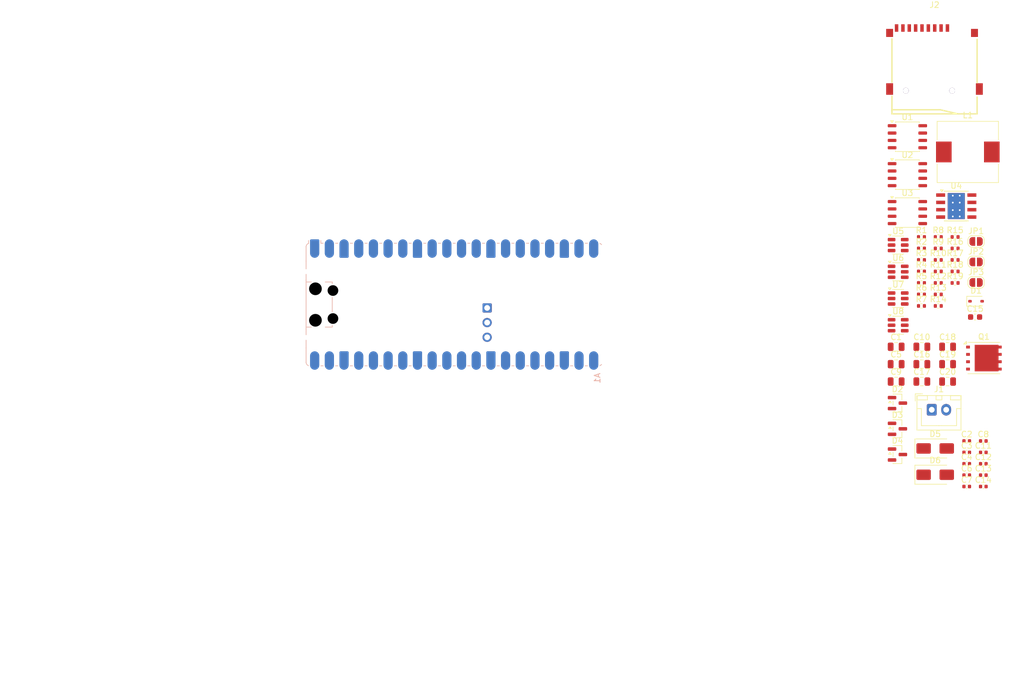
<source format=kicad_pcb>
(kicad_pcb (version 20241229) (generator "pcbnew") (generator_version "9.0")
  (layers (0 "F.Cu" signal) (2 "B.Cu" signal) (13 "F.Paste" user) (15 "B.Paste" user) (5 "F.SilkS" user "F.Silkscreen") (7 "B.SilkS" user "B.Silkscreen") (1 "F.Mask" user) (3 "B.Mask" user) (25 "Edge.Cuts" user))
  (net 0 "")
  (net 1 "/CMD")
  (net 2 "GND")
  (net 7 "/CAN0_RX")
  (net 9 "/CAN0_TX")
  (net 10 "/CAN2_TX")
  (net 14 "/RX")
  (net 15 "/CAN2_RX")
  (net 16 "/CLK")
  (net 17 "/TX")
  (net 18 "Net-(A1-VSYS)")
  (net 19 "/CD")
  (net 21 "/CAN1_TX")
  (net 24 "/CAN_SLEEP")
  (net 26 "+3.3V")
  (net 27 "/DAT0")
  (net 30 "/VSense")
  (net 33 "/CAN1_RX")
  (net 35 "+12V")
  (net 36 "/CAN_0L")
  (net 37 "/CAN_1L")
  (net 38 "/CAN_2L")
  (net 39 "/CAN_0H")
  (net 40 "/CAN_1H")
  (net 41 "/CAN_2H")
  (net 42 "Net-(D6-K)")
  (net 43 "Net-(U4-BOOT)")
  (net 44 "+5V")
  (net 45 "Net-(D1-A)")
  (net 46 "Net-(J2-DAT1)")
  (net 47 "Net-(J2-DAT2)")
  (net 49 "Net-(JP1-B)")
  (net 50 "Net-(JP2-B)")
  (net 51 "Net-(JP3-B)")
  (net 52 "+12V_RAW")
  (net 53 "Net-(U1-TXD)")
  (net 54 "Net-(U1-RXD)")
  (net 55 "Net-(U2-TXD)")
  (net 56 "Net-(U2-RXD)")
  (net 57 "Net-(U3-TXD)")
  (net 58 "Net-(U3-RXD)")
  (net 59 "Net-(U4-VSENSE)")
  (footprint "Capacitor_SMD:C_0805_2012Metric" (layer "F.Cu") (at 237.84 112.83)
    (property "Reference" "C20" (at 0 -1.68 0) (layer "F.SilkS"))
    (property "Value" "47uF")
    (pad "1" smd roundrect (at -0.95 0) (size 1 1.45) (layers "F.Cu" "F.Mask" "F.Paste") (net 44 "+5V"))
    (pad "2" smd roundrect (at 0.95 0) (size 1 1.45) (layers "F.Cu" "F.Mask" "F.Paste") (net 2 "GND"))
  )
  (footprint "Capacitor_SMD:C_0805_2012Metric" (layer "F.Cu") (at 233.39 106.81)
    (property "Reference" "C10" (at 0 -1.68 0) (layer "F.SilkS"))
    (property "Value" "2.2uF")
    (pad "1" smd roundrect (at -0.95 0) (size 1 1.45) (layers "F.Cu" "F.Mask" "F.Paste") (net 35 "+12V"))
    (pad "2" smd roundrect (at 0.95 0) (size 1 1.45) (layers "F.Cu" "F.Mask" "F.Paste") (net 2 "GND"))
  )
  (footprint "Package_SO:TI_SO-PowerPAD-8_ThermalVias" (layer "F.Cu") (at 239.34 82.455)
    (property "Reference" "U4" (at 0 -3.5 0) (layer "F.SilkS"))
    (property "Value" "TPS5430DDA")
    (pad "1" smd rect (at -2.7 -1.905) (size 1.55 0.6) (layers "F.Cu" "F.Mask" "F.Paste") (net 43 "Net-(U4-BOOT)"))
    (pad "2" smd rect (at -2.7 -0.635) (size 1.55 0.6) (layers "F.Cu" "F.Mask" "F.Paste"))
    (pad "3" smd rect (at -2.7 0.635) (size 1.55 0.6) (layers "F.Cu" "F.Mask" "F.Paste"))
    (pad "4" smd rect (at -2.7 1.905) (size 1.55 0.6) (layers "F.Cu" "F.Mask" "F.Paste") (net 59 "Net-(U4-VSENSE)"))
    (pad "5" smd rect (at 2.7 1.905) (size 1.55 0.6) (layers "F.Cu" "F.Mask" "F.Paste"))
    (pad "6" smd rect (at 2.7 0.635) (size 1.55 0.6) (layers "F.Cu" "F.Mask" "F.Paste") (net 2 "GND"))
    (pad "7" smd rect (at 2.7 -0.635) (size 1.55 0.6) (layers "F.Cu" "F.Mask" "F.Paste") (net 35 "+12V"))
    (pad "8" smd rect (at 2.7 -1.905) (size 1.55 0.6) (layers "F.Cu" "F.Mask" "F.Paste") (net 42 "Net-(D6-K)"))
    (pad "9" thru_hole circle (at -0.6 -1.8) (size 0.6 0.6) (drill 0.3) (layers "*.Cu") (net 2 "GND"))
    (pad "9" thru_hole circle (at -0.6 -0.6) (size 0.6 0.6) (drill 0.3) (layers "*.Cu") (net 2 "GND"))
    (pad "9" thru_hole circle (at -0.6 0.7) (size 0.6 0.6) (drill 0.3) (layers "*.Cu") (net 2 "GND"))
    (pad "9" thru_hole circle (at -0.6 1.8) (size 0.6 0.6) (drill 0.3) (layers "*.Cu") (net 2 "GND"))
    (pad "9" smd rect (at 0 0) (size 2.6 3.1) (layers "F.Cu" "F.Mask" "F.Paste") (net 2 "GND"))
    (pad "9" smd rect (at 0 0) (size 2.95 4.5) (layers "F.Cu") (net 2 "GND"))
    (pad "9" smd rect (at 0 0) (size 2.95 4.5) (layers "B.Cu") (net 2 "GND"))
    (pad "9" thru_hole circle (at 0.6 -1.8) (size 0.6 0.6) (drill 0.3) (layers "*.Cu") (net 2 "GND"))
    (pad "9" thru_hole circle (at 0.6 -0.6) (size 0.6 0.6) (drill 0.3) (layers "*.Cu") (net 2 "GND"))
    (pad "9" thru_hole circle (at 0.6 0.7) (size 0.6 0.6) (drill 0.3) (layers "*.Cu") (net 2 "GND"))
    (pad "9" thru_hole circle (at 0.6 1.8) (size 0.6 0.6) (drill 0.3) (layers "*.Cu") (net 2 "GND"))
  )
  (footprint "Connector_JST:JST_XH_B2B-XH-A_1x02_P2.50mm_Vertical" (layer "F.Cu") (at 235.1 117.71)
    (property "Reference" "J1" (at 1.25 -3.55 0) (layer "F.SilkS"))
    (property "Value" "Conn_01x02_Pin")
    (pad "1" thru_hole roundrect (at 0 0) (size 1.7 2) (drill 1) (layers "*.Cu" "*.Mask") (roundrect_rratio 0.147059) (net 17 "/TX"))
    (pad "2" thru_hole oval (at 2.5 0) (size 1.7 2) (drill 1) (layers "*.Cu" "*.Mask") (net 14 "/RX"))
  )
  (footprint "Capacitor_SMD:C_0402_1005Metric" (layer "F.Cu") (at 241.15 125.09)
    (property "Reference" "C3" (at 0 -1.16 0) (layer "F.SilkS"))
    (property "Value" "100pF")
    (pad "1" smd roundrect (at -0.48 0) (size 0.56 0.62) (layers "F.Cu" "F.Mask" "F.Paste") (net 37 "/CAN_1L"))
    (pad "2" smd roundrect (at 0.48 0) (size 0.56 0.62) (layers "F.Cu" "F.Mask" "F.Paste") (net 2 "GND"))
  )
  (footprint "Capacitor_SMD:C_0402_1005Metric" (layer "F.Cu") (at 244.02 131)
    (property "Reference" "C14" (at 0 -1.16 0) (layer "F.SilkS"))
    (property "Value" "100nF")
    (pad "1" smd roundrect (at -0.48 0) (size 0.56 0.62) (layers "F.Cu" "F.Mask" "F.Paste") (net 26 "+3.3V"))
    (pad "2" smd roundrect (at 0.48 0) (size 0.56 0.62) (layers "F.Cu" "F.Mask" "F.Paste") (net 2 "GND"))
  )
  (footprint "Jumper:SolderJumper-2_P1.3mm_Open_RoundedPad1.0x1.5mm" (layer "F.Cu") (at 242.77 95.68)
    (property "Reference" "JP3" (at 0 -1.8 0) (layer "F.SilkS"))
    (property "Value" "SolderJumper_2_Open")
    (pad "1" smd custom (at -0.65 0) (size 1 0.5) (layers "F.Cu" "F.Mask") (net 41 "/CAN_2H") (options (clearance outline) (anchor rect)) (primitives (gr_circle (center 0 0.25) (end 0.5 0.25) (width 0) (fill yes)) (gr_circle (center 0 -0.25) (end 0.5 -0.25) (width 0) (fill yes)) (gr_poly (pts (xy 0.5 0.75) (xy 0 0.75) (xy 0 -0.75) (xy 0.5 -0.75)) (width 0) (fill yes))))
    (pad "2" smd custom (at 0.65 0) (size 1 0.5) (layers "F.Cu" "F.Mask") (net 51 "Net-(JP3-B)") (options (clearance outline) (anchor rect)) (primitives (gr_circle (center 0 0.25) (end 0.5 0.25) (width 0) (fill yes)) (gr_circle (center 0 -0.25) (end 0.5 -0.25) (width 0) (fill yes)) (gr_poly (pts (xy 0 0.75) (xy -0.5 0.75) (xy -0.5 -0.75) (xy 0 -0.75)) (width 0) (fill yes))))
  )
  (footprint "Capacitor_SMD:C_0805_2012Metric" (layer "F.Cu") (at 233.39 109.82)
    (property "Reference" "C16" (at 0 -1.68 0) (layer "F.SilkS"))
    (property "Value" "47uF")
    (pad "1" smd roundrect (at -0.95 0) (size 1 1.45) (layers "F.Cu" "F.Mask" "F.Paste") (net 44 "+5V"))
    (pad "2" smd roundrect (at 0.95 0) (size 1 1.45) (layers "F.Cu" "F.Mask" "F.Paste") (net 2 "GND"))
  )
  (footprint "Package_TO_SOT_SMD:SOT-23-6" (layer "F.Cu") (at 229.29 103.08)
    (property "Reference" "U8" (at 0 -2.4 0) (layer "F.SilkS"))
    (property "Value" "SRV05-4")
    (pad "1" smd roundrect (at -1.1375 -0.95) (size 1.325 0.6) (layers "F.Cu" "F.Mask" "F.Paste"))
    (pad "2" smd roundrect (at -1.1375 0) (size 1.325 0.6) (layers "F.Cu" "F.Mask" "F.Paste") (net 2 "GND"))
    (pad "3" smd roundrect (at -1.1375 0.95) (size 1.325 0.6) (layers "F.Cu" "F.Mask" "F.Paste"))
    (pad "4" smd roundrect (at 1.1375 0.95) (size 1.325 0.6) (layers "F.Cu" "F.Mask" "F.Paste"))
    (pad "5" smd roundrect (at 1.1375 0) (size 1.325 0.6) (layers "F.Cu" "F.Mask" "F.Paste") (net 26 "+3.3V"))
    (pad "6" smd roundrect (at 1.1375 -0.95) (size 1.325 0.6) (layers "F.Cu" "F.Mask" "F.Paste"))
  )
  (footprint "Resistor_SMD:R_0402_1005Metric" (layer "F.Cu") (at 233.32 91.78)
    (property "Reference" "R3" (at 0 -1.17 0) (layer "F.SilkS"))
    (property "Value" "50")
    (pad "1" smd roundrect (at -0.51 0) (size 0.54 0.64) (layers "F.Cu" "F.Mask" "F.Paste") (net 21 "/CAN1_TX"))
    (pad "2" smd roundrect (at 0.51 0) (size 0.54 0.64) (layers "F.Cu" "F.Mask" "F.Paste") (net 55 "Net-(U2-TXD)"))
  )
  (footprint "Package_DFN_QFN:AO_DFN-8-1EP_5.55x5.2mm_P1.27mm_EP4.12x4.6mm" (layer "F.Cu") (at 244.125 108.765)
    (property "Reference" "Q1" (at 0 -3.68 0) (layer "F.SilkS"))
    (property "Value" "HY12P03C2")
    (pad "1" smd rect (at -2.75 -1.905 270) (size 0.5 0.65) (layers "F.Cu" "F.Mask" "F.Paste") (net 52 "+12V_RAW"))
    (pad "2" smd rect (at -2.75 -0.635 270) (size 0.5 0.65) (layers "F.Cu" "F.Mask" "F.Paste") (net 45 "Net-(D1-A)"))
    (pad "3" smd rect (at -2.75 0.635 270) (size 0.5 0.65) (layers "F.Cu" "F.Mask" "F.Paste") (net 35 "+12V"))
    (pad "4" smd rect (at -2.75 1.905 270) (size 0.5 0.65) (layers "F.Cu" "F.Mask" "F.Paste"))
    (pad "5" smd rect (at 0.465 0 270) (size 4.6 4.12) (layers "F.Cu" "F.Mask"))
    (pad "5" smd rect (at 2.8 -1.905 270) (size 0.5 0.55) (layers "F.Cu" "F.Mask" "F.Paste"))
    (pad "5" smd rect (at 2.8 -0.635 270) (size 0.5 0.55) (layers "F.Cu" "F.Mask" "F.Paste"))
    (pad "5" smd rect (at 2.8 0.635 270) (size 0.5 0.55) (layers "F.Cu" "F.Mask" "F.Paste"))
    (pad "5" smd rect (at 2.8 1.905 270) (size 0.5 0.55) (layers "F.Cu" "F.Mask" "F.Paste"))
  )
  (footprint "Resistor_SMD:R_0402_1005Metric" (layer "F.Cu") (at 233.32 93.77)
    (property "Reference" "R4" (at 0 -1.17 0) (layer "F.SilkS"))
    (property "Value" "50")
    (pad "1" smd roundrect (at -0.51 0) (size 0.54 0.64) (layers "F.Cu" "F.Mask" "F.Paste") (net 33 "/CAN1_RX"))
    (pad "2" smd roundrect (at 0.51 0) (size 0.54 0.64) (layers "F.Cu" "F.Mask" "F.Paste") (net 56 "Net-(U2-RXD)"))
  )
  (footprint "Resistor_SMD:R_0402_1005Metric" (layer "F.Cu") (at 239.14 87.8)
    (property "Reference" "R15" (at 0 -1.17 0) (layer "F.SilkS"))
    (property "Value" "10K")
    (pad "1" smd roundrect (at -0.51 0) (size 0.54 0.64) (layers "F.Cu" "F.Mask" "F.Paste") (net 26 "+3.3V"))
    (pad "2" smd roundrect (at 0.51 0) (size 0.54 0.64) (layers "F.Cu" "F.Mask" "F.Paste") (net 1 "/CMD"))
  )
  (footprint "Capacitor_SMD:C_0402_1005Metric" (layer "F.Cu") (at 241.15 127.06)
    (property "Reference" "C4" (at 0 -1.16 0) (layer "F.SilkS"))
    (property "Value" "100pF")
    (pad "1" smd roundrect (at -0.48 0) (size 0.56 0.62) (layers "F.Cu" "F.Mask" "F.Paste") (net 38 "/CAN_2L"))
    (pad "2" smd roundrect (at 0.48 0) (size 0.56 0.62) (layers "F.Cu" "F.Mask" "F.Paste") (net 2 "GND"))
  )
  (footprint "Resistor_SMD:R_0402_1005Metric" (layer "F.Cu") (at 239.14 93.77)
    (property "Reference" "R18" (at 0 -1.17 0) (layer "F.SilkS"))
    (property "Value" "10K")
    (pad "1" smd roundrect (at -0.51 0) (size 0.54 0.64) (layers "F.Cu" "F.Mask" "F.Paste") (net 26 "+3.3V"))
    (pad "2" smd roundrect (at 0.51 0) (size 0.54 0.64) (layers "F.Cu" "F.Mask" "F.Paste") (net 46 "Net-(J2-DAT1)"))
  )
  (footprint "Resistor_SMD:R_0402_1005Metric" (layer "F.Cu") (at 236.23 99.74)
    (property "Reference" "R14" (at 0 -1.17 0) (layer "F.SilkS"))
    (property "Value" "3.16K")
    (pad "1" smd roundrect (at -0.51 0) (size 0.54 0.64) (layers "F.Cu" "F.Mask" "F.Paste") (net 59 "Net-(U4-VSENSE)"))
    (pad "2" smd roundrect (at 0.51 0) (size 0.54 0.64) (layers "F.Cu" "F.Mask" "F.Paste") (net 2 "GND"))
  )
  (footprint "Capacitor_SMD:C_0402_1005Metric" (layer "F.Cu") (at 241.15 129.03)
    (property "Reference" "C6" (at 0 -1.16 0) (layer "F.SilkS"))
    (property "Value" "100pF")
    (pad "1" smd roundrect (at -0.48 0) (size 0.56 0.62) (layers "F.Cu" "F.Mask" "F.Paste") (net 39 "/CAN_0H"))
    (pad "2" smd roundrect (at 0.48 0) (size 0.56 0.62) (layers "F.Cu" "F.Mask" "F.Paste") (net 2 "GND"))
  )
  (footprint "Resistor_SMD:R_0402_1005Metric" (layer "F.Cu") (at 233.32 95.76)
    (property "Reference" "R5" (at 0 -1.17 0) (layer "F.SilkS"))
    (property "Value" "50")
    (pad "1" smd roundrect (at -0.51 0) (size 0.54 0.64) (layers "F.Cu" "F.Mask" "F.Paste") (net 10 "/CAN2_TX"))
    (pad "2" smd roundrect (at 0.51 0) (size 0.54 0.64) (layers "F.Cu" "F.Mask" "F.Paste") (net 57 "Net-(U3-TXD)"))
  )
  (footprint "Capacitor_SMD:C_0402_1005Metric" (layer "F.Cu") (at 244.02 127.06)
    (property "Reference" "C12" (at 0 -1.16 0) (layer "F.SilkS"))
    (property "Value" "100nF")
    (pad "1" smd roundrect (at -0.48 0) (size 0.56 0.62) (layers "F.Cu" "F.Mask" "F.Paste") (net 26 "+3.3V"))
    (pad "2" smd roundrect (at 0.48 0) (size 0.56 0.62) (layers "F.Cu" "F.Mask" "F.Paste") (net 2 "GND"))
  )
  (footprint "Resistor_SMD:R_0402_1005Metric" (layer "F.Cu") (at 233.32 87.8)
    (property "Reference" "R1" (at 0 -1.17 0) (layer "F.SilkS"))
    (property "Value" "50")
    (pad "1" smd roundrect (at -0.51 0) (size 0.54 0.64) (layers "F.Cu" "F.Mask" "F.Paste") (net 9 "/CAN0_TX"))
    (pad "2" smd roundrect (at 0.51 0) (size 0.54 0.64) (layers "F.Cu" "F.Mask" "F.Paste") (net 53 "Net-(U1-TXD)"))
  )
  (footprint "Resistor_SMD:R_0402_1005Metric" (layer "F.Cu") (at 239.14 95.76)
    (property "Reference" "R19" (at 0 -1.17 0) (layer "F.SilkS"))
    (property "Value" "10K")
    (pad "1" smd roundrect (at -0.51 0) (size 0.54 0.64) (layers "F.Cu" "F.Mask" "F.Paste") (net 26 "+3.3V"))
    (pad "2" smd roundrect (at 0.51 0) (size 0.54 0.64) (layers "F.Cu" "F.Mask" "F.Paste") (net 27 "/DAT0"))
  )
  (footprint "Capacitor_SMD:C_0402_1005Metric" (layer "F.Cu") (at 244.02 129.03)
    (property "Reference" "C13" (at 0 -1.16 0) (layer "F.SilkS"))
    (property "Value" "10nF")
    (pad "1" smd roundrect (at -0.48 0) (size 0.56 0.62) (layers "F.Cu" "F.Mask" "F.Paste") (net 43 "Net-(U4-BOOT)"))
    (pad "2" smd roundrect (at 0.48 0) (size 0.56 0.62) (layers "F.Cu" "F.Mask" "F.Paste") (net 42 "Net-(D6-K)"))
  )
  (footprint "Resistor_SMD:R_0402_1005Metric" (layer "F.Cu") (at 239.14 91.78)
    (property "Reference" "R17" (at 0 -1.17 0) (layer "F.SilkS"))
    (property "Value" "10K")
    (pad "1" smd roundrect (at -0.51 0) (size 0.54 0.64) (layers "F.Cu" "F.Mask" "F.Paste") (net 26 "+3.3V"))
    (pad "2" smd roundrect (at 0.51 0) (size 0.54 0.64) (layers "F.Cu" "F.Mask" "F.Paste") (net 47 "Net-(J2-DAT2)"))
  )
  (footprint "Capacitor_SMD:C_0805_2012Metric" (layer "F.Cu") (at 228.94 109.82)
    (property "Reference" "C5" (at 0 -1.68 0) (layer "F.SilkS"))
    (property "Value" "2.2uF")
    (pad "1" smd roundrect (at -0.95 0) (size 1 1.45) (layers "F.Cu" "F.Mask" "F.Paste") (net 35 "+12V"))
    (pad "2" smd roundrect (at 0.95 0) (size 1 1.45) (layers "F.Cu" "F.Mask" "F.Paste") (net 2 "GND"))
  )
  (footprint "Jumper:SolderJumper-2_P1.3mm_Open_RoundedPad1.0x1.5mm" (layer "F.Cu") (at 242.77 88.58)
    (property "Reference" "JP1" (at 0 -1.8 0) (layer "F.SilkS"))
    (property "Value" "SolderJumper_2_Open")
    (pad "1" smd custom (at -0.65 0) (size 1 0.5) (layers "F.Cu" "F.Mask") (net 39 "/CAN_0H") (options (clearance outline) (anchor rect)) (primitives (gr_circle (center 0 0.25) (end 0.5 0.25) (width 0) (fill yes)) (gr_circle (center 0 -0.25) (end 0.5 -0.25) (width 0) (fill yes)) (gr_poly (pts (xy 0.5 0.75) (xy 0 0.75) (xy 0 -0.75) (xy 0.5 -0.75)) (width 0) (fill yes))))
    (pad "2" smd custom (at 0.65 0) (size 1 0.5) (layers "F.Cu" "F.Mask") (net 49 "Net-(JP1-B)") (options (clearance outline) (anchor rect)) (primitives (gr_circle (center 0 0.25) (end 0.5 0.25) (width 0) (fill yes)) (gr_circle (center 0 -0.25) (end 0.5 -0.25) (width 0) (fill yes)) (gr_poly (pts (xy 0 0.75) (xy -0.5 0.75) (xy -0.5 -0.75) (xy 0 -0.75)) (width 0) (fill yes))))
  )
  (footprint "Capacitor_SMD:C_0402_1005Metric" (layer "F.Cu") (at 244.02 123.12)
    (property "Reference" "C8" (at 0 -1.16 0) (layer "F.SilkS"))
    (property "Value" "100pF")
    (pad "1" smd roundrect (at -0.48 0) (size 0.56 0.62) (layers "F.Cu" "F.Mask" "F.Paste") (net 41 "/CAN_2H"))
    (pad "2" smd roundrect (at 0.48 0) (size 0.56 0.62) (layers "F.Cu" "F.Mask" "F.Paste") (net 2 "GND"))
  )
  (footprint "Package_SO:JEITA_SOIC-8_3.9x4.9mm_P1.27mm" (layer "F.Cu") (at 230.89 70.455)
    (property "Reference" "U1" (at 0 -3.4 0) (layer "F.SilkS"))
    (property "Value" "TCAN330")
    (pad "1" smd roundrect (at -2.65 -1.905) (size 1.5 0.55) (layers "F.Cu" "F.Mask" "F.Paste") (net 53 "Net-(U1-TXD)"))
    (pad "2" smd roundrect (at -2.65 -0.635) (size 1.5 0.55) (layers "F.Cu" "F.Mask" "F.Paste") (net 2 "GND"))
    (pad "3" smd roundrect (at -2.65 0.635) (size 1.5 0.55) (layers "F.Cu" "F.Mask" "F.Paste") (net 26 "+3.3V"))
    (pad "4" smd roundrect (at -2.65 1.905) (size 1.5 0.55) (layers "F.Cu" "F.Mask" "F.Paste") (net 54 "Net-(U1-RXD)"))
    (pad "5" smd roundrect (at 2.65 1.905) (size 1.5 0.55) (layers "F.Cu" "F.Mask" "F.Paste") (net 26 "+3.3V"))
    (pad "6" smd roundrect (at 2.65 0.635) (size 1.5 0.55) (layers "F.Cu" "F.Mask" "F.Paste") (net 36 "/CAN_0L"))
    (pad "7" smd roundrect (at 2.65 -0.635) (size 1.5 0.55) (layers "F.Cu" "F.Mask" "F.Paste") (net 39 "/CAN_0H"))
    (pad "8" smd roundrect (at 2.65 -1.905) (size 1.5 0.55) (layers "F.Cu" "F.Mask" "F.Paste") (net 24 "/CAN_SLEEP"))
  )
  (footprint "Capacitor_SMD:C_0805_2012Metric" (layer "F.Cu") (at 228.94 106.81)
    (property "Reference" "C1" (at 0 -1.68 0) (layer "F.SilkS"))
    (property "Value" "2.2uF")
    (pad "1" smd roundrect (at -0.95 0) (size 1 1.45) (layers "F.Cu" "F.Mask" "F.Paste") (net 35 "+12V"))
    (pad "2" smd roundrect (at 0.95 0) (size 1 1.45) (layers "F.Cu" "F.Mask" "F.Paste") (net 2 "GND"))
  )
  (footprint "Package_TO_SOT_SMD:SOT-23" (layer "F.Cu") (at 229.17 125.46)
    (property "Reference" "D4" (at 0 -2.4 0) (layer "F.SilkS"))
    (property "Value" "PESD1CAN")
    (pad "1" smd roundrect (at -0.9375 -0.95) (size 1.475 0.6) (layers "F.Cu" "F.Mask" "F.Paste") (net 38 "/CAN_2L"))
    (pad "2" smd roundrect (at -0.9375 0.95) (size 1.475 0.6) (layers "F.Cu" "F.Mask" "F.Paste") (net 41 "/CAN_2H"))
    (pad "3" smd roundrect (at 0.9375 0) (size 1.475 0.6) (layers "F.Cu" "F.Mask" "F.Paste") (net 2 "GND"))
  )
  (footprint "Package_SO:JEITA_SOIC-8_3.9x4.9mm_P1.27mm" (layer "F.Cu") (at 230.89 83.585)
    (property "Reference" "U3" (at 0 -3.4 0) (layer "F.SilkS"))
    (property "Value" "TCAN330")
    (pad "1" smd roundrect (at -2.65 -1.905) (size 1.5 0.55) (layers "F.Cu" "F.Mask" "F.Paste") (net 57 "Net-(U3-TXD)"))
    (pad "2" smd roundrect (at -2.65 -0.635) (size 1.5 0.55) (layers "F.Cu" "F.Mask" "F.Paste") (net 2 "GND"))
    (pad "3" smd roundrect (at -2.65 0.635) (size 1.5 0.55) (layers "F.Cu" "F.Mask" "F.Paste") (net 26 "+3.3V"))
    (pad "4" smd roundrect (at -2.65 1.905) (size 1.5 0.55) (layers "F.Cu" "F.Mask" "F.Paste") (net 58 "Net-(U3-RXD)"))
    (pad "5" smd roundrect (at 2.65 1.905) (size 1.5 0.55) (layers "F.Cu" "F.Mask" "F.Paste") (net 26 "+3.3V"))
    (pad "6" smd roundrect (at 2.65 0.635) (size 1.5 0.55) (layers "F.Cu" "F.Mask" "F.Paste") (net 38 "/CAN_2L"))
    (pad "7" smd roundrect (at 2.65 -0.635) (size 1.5 0.55) (layers "F.Cu" "F.Mask" "F.Paste") (net 41 "/CAN_2H"))
    (pad "8" smd roundrect (at 2.65 -1.905) (size 1.5 0.55) (layers "F.Cu" "F.Mask" "F.Paste") (net 24 "/CAN_SLEEP"))
  )
  (footprint "Resistor_SMD:R_0402_1005Metric" (layer "F.Cu") (at 236.23 91.78)
    (property "Reference" "R10" (at 0 -1.17 0) (layer "F.SilkS"))
    (property "Value" "10K")
    (pad "1" smd roundrect (at -0.51 0) (size 0.54 0.64) (layers "F.Cu" "F.Mask" "F.Paste") (net 49 "Net-(JP1-B)"))
    (pad "2" smd roundrect (at 0.51 0) (size 0.54 0.64) (layers "F.Cu" "F.Mask" "F.Paste") (net 36 "/CAN_0L"))
  )
  (footprint "Package_TO_SOT_SMD:SOT-23-6" (layer "F.Cu") (at 229.29 89.205)
    (property "Reference" "U5" (at 0 -2.4 0) (layer "F.SilkS"))
    (property "Value" "SRV05-4")
    (pad "1" smd roundrect (at -1.1375 -0.95) (size 1.325 0.6) (layers "F.Cu" "F.Mask" "F.Paste") (net 14 "/RX"))
    (pad "2" smd roundrect (at -1.1375 0) (size 1.325 0.6) (layers "F.Cu" "F.Mask" "F.Paste") (net 2 "GND"))
    (pad "3" smd roundrect (at -1.1375 0.95) (size 1.325 0.6) (layers "F.Cu" "F.Mask" "F.Paste") (net 17 "/TX"))
    (pad "4" smd roundrect (at 1.1375 0.95) (size 1.325 0.6) (layers "F.Cu" "F.Mask" "F.Paste") (net 30 "/VSense"))
    (pad "5" smd roundrect (at 1.1375 0) (size 1.325 0.6) (layers "F.Cu" "F.Mask" "F.Paste") (net 26 "+3.3V"))
    (pad "6" smd roundrect (at 1.1375 -0.95) (size 1.325 0.6) (layers "F.Cu" "F.Mask" "F.Paste"))
  )
  (footprint "Resistor_SMD:R_0402_1005Metric" (layer "F.Cu") (at 236.23 95.76)
    (property "Reference" "R12" (at 0 -1.17 0) (layer "F.SilkS"))
    (property "Value" "10K")
    (pad "1" smd roundrect (at -0.51 0) (size 0.54 0.64) (layers "F.Cu" "F.Mask" "F.Paste") (net 51 "Net-(JP3-B)"))
    (pad "2" smd roundrect (at 0.51 0) (size 0.54 0.64) (layers "F.Cu" "F.Mask" "F.Paste") (net 38 "/CAN_2L"))
  )
  (footprint "Resistor_SMD:R_0402_1005Metric" (layer "F.Cu") (at 236.23 87.8)
    (property "Reference" "R8" (at 0 -1.17 0) (layer "F.SilkS"))
    (property "Value" "100K")
    (pad "1" smd roundrect (at -0.51 0) (size 0.54 0.64) (layers "F.Cu" "F.Mask" "F.Paste") (net 35 "+12V"))
    (pad "2" smd roundrect (at 0.51 0) (size 0.54 0.64) (layers "F.Cu" "F.Mask" "F.Paste") (net 30 "/VSense"))
  )
  (footprint "Capacitor_SMD:C_0805_2012Metric" (layer "F.Cu") (at 233.39 112.83)
    (property "Reference" "C17" (at 0 -1.68 0) (layer "F.SilkS"))
    (property "Value" "47uF")
    (pad "1" smd roundrect (at -0.95 0) (size 1 1.45) (layers "F.Cu" "F.Mask" "F.Paste") (net 44 "+5V"))
    (pad "2" smd roundrect (at 0.95 0) (size 1 1.45) (layers "F.Cu" "F.Mask" "F.Paste") (net 2 "GND"))
  )
  (footprint "Resistor_SMD:R_0402_1005Metric" (layer "F.Cu") (at 239.14 89.79)
    (property "Reference" "R16" (at 0 -1.17 0) (layer "F.SilkS"))
    (property "Value" "10K")
    (pad "1" smd roundrect (at -0.51 0) (size 0.54 0.64) (layers "F.Cu" "F.Mask" "F.Paste") (net 26 "+3.3V"))
    (pad "2" smd roundrect (at 0.51 0) (size 0.54 0.64) (layers "F.Cu" "F.Mask" "F.Paste") (net 19 "/CD"))
  )
  (footprint "Capacitor_SMD:C_0402_1005Metric" (layer "F.Cu") (at 244.02 125.09)
    (property "Reference" "C11" (at 0 -1.16 0) (layer "F.SilkS"))
    (property "Value" "100nF")
    (pad "1" smd roundrect (at -0.48 0) (size 0.56 0.62) (layers "F.Cu" "F.Mask" "F.Paste") (net 26 "+3.3V"))
    (pad "2" smd roundrect (at 0.48 0) (size 0.56 0.62) (layers "F.Cu" "F.Mask" "F.Paste") (net 2 "GND"))
  )
  (footprint "Resistor_SMD:R_0402_1005Metric" (layer "F.Cu") (at 236.23 93.77)
    (property "Reference" "R11" (at 0 -1.17 0) (layer "F.SilkS"))
    (property "Value" "10K")
    (pad "1" smd roundrect (at -0.51 0) (size 0.54 0.64) (layers "F.Cu" "F.Mask" "F.Paste") (net 50 "Net-(JP2-B)"))
    (pad "2" smd roundrect (at 0.51 0) (size 0.54 0.64) (layers "F.Cu" "F.Mask" "F.Paste") (net 37 "/CAN_1L"))
  )
  (footprint "Diode_SMD:D_SMA" (layer "F.Cu") (at 235.695 128.96)
    (property "Reference" "D6" (at 0 -2.5 0) (layer "F.SilkS"))
    (property "Value" "SS54")
    (pad "1" smd roundrect (at -2 0) (size 2.5 1.8) (layers "F.Cu" "F.Mask" "F.Paste") (roundrect_rratio 0.1388888889) (net 42 "Net-(D6-K)"))
    (pad "2" smd roundrect (at 2 0) (size 2.5 1.8) (layers "F.Cu" "F.Mask" "F.Paste") (roundrect_rratio 0.1388888889) (net 2 "GND"))
  )
  (footprint "Package_TO_SOT_SMD:SOT-23" (layer "F.Cu") (at 229.17 121.01)
    (property "Reference" "D3" (at 0 -2.4 0) (layer "F.SilkS"))
    (property "Value" "PESD1CAN")
    (pad "1" smd roundrect (at -0.9375 -0.95) (size 1.475 0.6) (layers "F.Cu" "F.Mask" "F.Paste") (net 37 "/CAN_1L"))
    (pad "2" smd roundrect (at -0.9375 0.95) (size 1.475 0.6) (layers "F.Cu" "F.Mask" "F.Paste") (net 40 "/CAN_1H"))
    (pad "3" smd roundrect (at 0.9375 0) (size 1.475 0.6) (layers "F.Cu" "F.Mask" "F.Paste") (net 2 "GND"))
  )
  (footprint "Capacitor_SMD:C_0805_2012Metric" (layer "F.Cu") (at 237.84 109.82)
    (property "Reference" "C19" (at 0 -1.68 0) (layer "F.SilkS"))
    (property "Value" "47uF")
    (pad "1" smd roundrect (at -0.95 0) (size 1 1.45) (layers "F.Cu" "F.Mask" "F.Paste") (net 44 "+5V"))
    (pad "2" smd roundrect (at 0.95 0) (size 1 1.45) (layers "F.Cu" "F.Mask" "F.Paste") (net 2 "GND"))
  )
  (footprint "Resistor_SMD:R_0402_1005Metric" (layer "F.Cu") (at 236.23 97.75)
    (property "Reference" "R13" (at 0 -1.17 0) (layer "F.SilkS"))
    (property "Value" "10K")
    (pad "1" smd roundrect (at -0.51 0) (size 0.54 0.64) (layers "F.Cu" "F.Mask" "F.Paste") (net 44 "+5V"))
    (pad "2" smd roundrect (at 0.51 0) (size 0.54 0.64) (layers "F.Cu" "F.Mask" "F.Paste") (net 59 "Net-(U4-VSENSE)"))
  )
  (footprint "Package_SO:JEITA_SOIC-8_3.9x4.9mm_P1.27mm" (layer "F.Cu") (at 230.89 77.02)
    (property "Reference" "U2" (at 0 -3.4 0) (layer "F.SilkS"))
    (property "Value" "TCAN330")
    (pad "1" smd roundrect (at -2.65 -1.905) (size 1.5 0.55) (layers "F.Cu" "F.Mask" "F.Paste") (net 55 "Net-(U2-TXD)"))
    (pad "2" smd roundrect (at -2.65 -0.635) (size 1.5 0.55) (layers "F.Cu" "F.Mask" "F.Paste") (net 2 "GND"))
    (pad "3" smd roundrect (at -2.65 0.635) (size 1.5 0.55) (layers "F.Cu" "F.Mask" "F.Paste") (net 26 "+3.3V"))
    (pad "4" smd roundrect (at -2.65 1.905) (size 1.5 0.55) (layers "F.Cu" "F.Mask" "F.Paste") (net 56 "Net-(U2-RXD)"))
    (pad "5" smd roundrect (at 2.65 1.905) (size 1.5 0.55) (layers "F.Cu" "F.Mask" "F.Paste") (net 26 "+3.3V"))
    (pad "6" smd roundrect (at 2.65 0.635) (size 1.5 0.55) (layers "F.Cu" "F.Mask" "F.Paste") (net 37 "/CAN_1L"))
    (pad "7" smd roundrect (at 2.65 -0.635) (size 1.5 0.55) (layers "F.Cu" "F.Mask" "F.Paste") (net 40 "/CAN_1H"))
    (pad "8" smd roundrect (at 2.65 -1.905) (size 1.5 0.55) (layers "F.Cu" "F.Mask" "F.Paste") (net 24 "/CAN_SLEEP"))
  )
  (footprint "easyeda2kicad:TF-SMD_TF-01A" (layer "F.Cu") (at 235.575 56.915)
    (property "Reference" "J2" (at 0 -9.28 0) (layer "F.SilkS"))
    (property "Value" "Micro_SD_Card_Det1")
    (pad "" thru_hole circle (at -4.95 5.57) (size 1 1) (drill 1) (layers "*.Cu" "*.Mask"))
    (pad "" thru_hole circle (at 3.05 5.57) (size 1 1) (drill 1) (layers "*.Cu" "*.Mask"))
    (pad "1" smd rect (at 2.24 -5.28) (size 0.6 1.3) (layers "F.Cu" "F.Mask" "F.Paste") (net 47 "Net-(J2-DAT2)"))
    (pad "2" smd rect (at 1.14 -5.28) (size 0.6 1.3) (layers "F.Cu" "F.Mask" "F.Paste") (net 19 "/CD"))
    (pad "3" smd rect (at 0.04 -5.28) (size 0.6 1.3) (layers "F.Cu" "F.Mask" "F.Paste") (net 1 "/CMD"))
    (pad "4" smd rect (at -1.06 -5.28) (size 0.6 1.3) (layers "F.Cu" "F.Mask" "F.Paste") (net 26 "+3.3V"))
    (pad "5" smd rect (at -2.16 -5.28) (size 0.6 1.3) (layers "F.Cu" "F.Mask" "F.Paste") (net 16 "/CLK"))
    (pad "6" smd rect (at -3.26 -5.28) (size 0.6 1.3) (layers "F.Cu" "F.Mask" "F.Paste") (net 2 "GND"))
    (pad "7" smd rect (at -4.36 -5.28) (size 0.6 1.3) (layers "F.Cu" "F.Mask" "F.Paste") (net 27 "/DAT0"))
    (pad "8" smd rect (at -5.46 -5.28) (size 0.6 1.3) (layers "F.Cu" "F.Mask" "F.Paste") (net 46 "Net-(J2-DAT1)"))
    (pad "9" smd rect (at -6.56 -5.28) (size 0.6 1.3) (layers "F.Cu" "F.Mask" "F.Paste"))
    (pad "10" smd rect (at -7.76 -4.43) (size 1.2 1.4) (layers "F.Cu" "F.Mask" "F.Paste") (net 2 "GND"))
    (pad "11" smd rect (at -7.76 5.28) (size 1.2 2) (layers "F.Cu" "F.Mask" "F.Paste"))
    (pad "12" smd rect (at 7.76 5.28) (size 1.2 2) (layers "F.Cu" "F.Mask" "F.Paste"))
    (pad "13" smd rect (at 6.92 -4.43) (size 1.2 1.4) (layers "F.Cu" "F.Mask" "F.Paste"))
  )
  (footprint "Resistor_SMD:R_0402_1005Metric" (layer "F.Cu") (at 236.23 89.79)
    (property "Reference" "R9" (at 0 -1.17 0) (layer "F.SilkS"))
    (property "Value" "10K")
    (pad "1" smd roundrect (at -0.51 0) (size 0.54 0.64) (layers "F.Cu" "F.Mask" "F.Paste") (net 30 "/VSense"))
    (pad "2" smd roundrect (at 0.51 0) (size 0.54 0.64) (layers "F.Cu" "F.Mask" "F.Paste") (net 2 "GND"))
  )
  (footprint "Resistor_SMD:R_0402_1005Metric" (layer "F.Cu") (at 233.32 99.74)
    (property "Reference" "R7" (at 0 -1.17 0) (layer "F.SilkS"))
    (property "Value" "1K")
    (pad "1" smd roundrect (at -0.51 0) (size 0.54 0.64) (layers "F.Cu" "F.Mask" "F.Paste") (net 45 "Net-(D1-A)"))
    (pad "2" smd roundrect (at 0.51 0) (size 0.54 0.64) (layers "F.Cu" "F.Mask" "F.Paste") (net 2 "GND"))
  )
  (footprint "Capacitor_SMD:C_0805_2012Metric" (layer "F.Cu") (at 228.94 112.83)
    (property "Reference" "C9" (at 0 -1.68 0) (layer "F.SilkS"))
    (property "Value" "2.2uF")
    (pad "1" smd roundrect (at -0.95 0) (size 1 1.45) (layers "F.Cu" "F.Mask" "F.Paste") (net 35 "+12V"))
    (pad "2" smd roundrect (at 0.95 0) (size 1 1.45) (layers "F.Cu" "F.Mask" "F.Paste") (net 2 "GND"))
  )
  (footprint "Resistor_SMD:R_0402_1005Metric" (layer "F.Cu") (at 233.32 97.75)
    (property "Reference" "R6" (at 0 -1.17 0) (layer "F.SilkS"))
    (property "Value" "50")
    (pad "1" smd roundrect (at -0.51 0) (size 0.54 0.64) (layers "F.Cu" "F.Mask" "F.Paste") (net 15 "/CAN2_RX"))
    (pad "2" smd roundrect (at 0.51 0) (size 0.54 0.64) (layers "F.Cu" "F.Mask" "F.Paste") (net 58 "Net-(U3-RXD)"))
  )
  (footprint "Diode_SMD:D_SMA" (layer "F.Cu") (at 235.695 124.41)
    (property "Reference" "D5" (at 0 -2.5 0) (layer "F.SilkS"))
    (property "Value" "SS14")
    (pad "1" smd roundrect (at -2 0) (size 2.5 1.8) (layers "F.Cu" "F.Mask" "F.Paste") (roundrect_rratio 0.1388888889) (net 18 "Net-(A1-VSYS)"))
    (pad "2" smd roundrect (at 2 0) (size 2.5 1.8) (layers "F.Cu" "F.Mask" "F.Paste") (roundrect_rratio 0.1388888889) (net 44 "+5V"))
  )
  (footprint "Capacitor_SMD:C_0805_2012Metric" (layer "F.Cu") (at 237.84 106.81)
    (property "Reference" "C18" (at 0 -1.68 0) (layer "F.SilkS"))
    (property "Value" "47uF")
    (pad "1" smd roundrect (at -0.95 0) (size 1 1.45) (layers "F.Cu" "F.Mask" "F.Paste") (net 44 "+5V"))
    (pad "2" smd roundrect (at 0.95 0) (size 1 1.45) (layers "F.Cu" "F.Mask" "F.Paste") (net 2 "GND"))
  )
  (footprint "Capacitor_SMD:C_0402_1005Metric" (layer "F.Cu") (at 241.15 131)
    (property "Reference" "C7" (at 0 -1.16 0) (layer "F.SilkS"))
    (property "Value" "100pF")
    (pad "1" smd roundrect (at -0.48 0) (size 0.56 0.62) (layers "F.Cu" "F.Mask" "F.Paste") (net 40 "/CAN_1H"))
    (pad "2" smd roundrect (at 0.48 0) (size 0.56 0.62) (layers "F.Cu" "F.Mask" "F.Paste") (net 2 "GND"))
  )
  (footprint "Inductor_SMD:L_10.4x10.4_H4.8" (layer "F.Cu") (at 241.34 73.09)
    (property "Reference" "L1" (at 0 -6.35 0) (layer "F.SilkS"))
    (property "Value" "15uH")
    (pad "1" smd rect (at -4.15 0) (size 2.7 3.6) (layers "F.Cu" "F.Mask" "F.Paste") (net 42 "Net-(D6-K)"))
    (pad "2" smd rect (at 4.15 0) (size 2.7 3.6) (layers "F.Cu" "F.Mask" "F.Paste") (net 44 "+5V"))
  )
  (footprint "Diode_SMD:D_SOD-323" (layer "F.Cu") (at 242.765 98.93)
    (property "Reference" "D1" (at 0 -1.85 0) (layer "F.SilkS"))
    (property "Value" "BAS40WS")
    (pad "1" smd roundrect (at -1.05 0) (size 0.6 0.45) (layers "F.Cu" "F.Mask" "F.Paste") (net 35 "+12V"))
    (pad "2" smd roundrect (at 1.05 0) (size 0.6 0.45) (layers "F.Cu" "F.Mask" "F.Paste") (net 45 "Net-(D1-A)"))
  )
  (footprint "Capacitor_SMD:C_0603_1608Metric" (layer "F.Cu") (at 242.6 101.66)
    (property "Reference" "C15" (at 0 -1.43 0) (layer "F.SilkS"))
    (property "Value" "10uF")
    (pad "1" smd roundrect (at -0.775 0) (size 0.9 0.95) (layers "F.Cu" "F.Mask" "F.Paste") (net 26 "+3.3V"))
    (pad "2" smd roundrect (at 0.775 0) (size 0.9 0.95) (layers "F.Cu" "F.Mask" "F.Paste") (net 2 "GND"))
  )
  (footprint "Resistor_SMD:R_0402_1005Metric" (layer "F.Cu") (at 233.32 89.79)
    (property "Reference" "R2" (at 0 -1.17 0) (layer "F.SilkS"))
    (property "Value" "50")
    (pad "1" smd roundrect (at -0.51 0) (size 0.54 0.64) (layers "F.Cu" "F.Mask" "F.Paste") (net 7 "/CAN0_RX"))
    (pad "2" smd roundrect (at 0.51 0) (size 0.54 0.64) (layers "F.Cu" "F.Mask" "F.Paste") (net 54 "Net-(U1-RXD)"))
  )
  (footprint "Package_TO_SOT_SMD:SOT-23-6" (layer "F.Cu") (at 229.29 98.455)
    (property "Reference" "U7" (at 0 -2.4 0) (layer "F.SilkS"))
    (property "Value" "SRV05-4")
    (pad "1" smd roundrect (at -1.1375 -0.95) (size 1.325 0.6) (layers "F.Cu" "F.Mask" "F.Paste"))
    (pad "2" smd roundrect (at -1.1375 0) (size 1.325 0.6) (layers "F.Cu" "F.Mask" "F.Paste") (net 2 "GND"))
    (pad "3" smd roundrect (at -1.1375 0.95) (size 1.325 0.6) (layers "F.Cu" "F.Mask" "F.Paste"))
    (pad "4" smd roundrect (at 1.1375 0.95) (size 1.325 0.6) (layers "F.Cu" "F.Mask" "F.Paste"))
    (pad "5" smd roundrect (at 1.1375 0) (size 1.325 0.6) (layers "F.Cu" "F.Mask" "F.Paste") (net 26 "+3.3V"))
    (pad "6" smd roundrect (at 1.1375 -0.95) (size 1.325 0.6) (layers "F.Cu" "F.Mask" "F.Paste"))
  )
  (footprint "Package_TO_SOT_SMD:SOT-23" (layer "F.Cu") (at 229.17 116.56)
    (property "Reference" "D2" (at 0 -2.4 0) (layer "F.SilkS"))
    (property "Value" "PESD1CAN")
    (pad "1" smd roundrect (at -0.9375 -0.95) (size 1.475 0.6) (layers "F.Cu" "F.Mask" "F.Paste") (net 36 "/CAN_0L"))
    (pad "2" smd roundrect (at -0.9375 0.95) (size 1.475 0.6) (layers "F.Cu" "F.Mask" "F.Paste") (net 39 "/CAN_0H"))
    (pad "3" smd roundrect (at 0.9375 0) (size 1.475 0.6) (layers "F.Cu" "F.Mask" "F.Paste") (net 2 "GND"))
  )
  (footprint "Capacitor_SMD:C_0402_1005Metric" (layer "F.Cu") (at 241.15 123.12)
    (property "Reference" "C2" (at 0 -1.16 0) (layer "F.SilkS"))
    (property "Value" "100pF")
    (pad "1" smd roundrect (at -0.48 0) (size 0.56 0.62) (layers "F.Cu" "F.Mask" "F.Paste") (net 36 "/CAN_0L"))
    (pad "2" smd roundrect (at 0.48 0) (size 0.56 0.62) (layers "F.Cu" "F.Mask" "F.Paste") (net 2 "GND"))
  )
  (footprint "Jumper:SolderJumper-2_P1.3mm_Open_RoundedPad1.0x1.5mm" (layer "F.Cu") (at 242.77 92.13)
    (property "Reference" "JP2" (at 0 -1.8 0) (layer "F.SilkS"))
    (property "Value" "SolderJumper_2_Open")
    (pad "1" smd custom (at -0.65 0) (size 1 0.5) (layers "F.Cu" "F.Mask") (net 40 "/CAN_1H") (options (clearance outline) (anchor rect)) (primitives (gr_circle (center 0 0.25) (end 0.5 0.25) (width 0) (fill yes)) (gr_circle (center 0 -0.25) (end 0.5 -0.25) (width 0) (fill yes)) (gr_poly (pts (xy 0.5 0.75) (xy 0 0.75) (xy 0 -0.75) (xy 0.5 -0.75)) (width 0) (fill yes))))
    (pad "2" smd custom (at 0.65 0) (size 1 0.5) (layers "F.Cu" "F.Mask") (net 50 "Net-(JP2-B)") (options (clearance outline) (anchor rect)) (primitives (gr_circle (center 0 0.25) (end 0.5 0.25) (width 0) (fill yes)) (gr_circle (center 0 -0.25) (end 0.5 -0.25) (width 0) (fill yes)) (gr_poly (pts (xy 0 0.75) (xy -0.5 0.75) (xy -0.5 -0.75) (xy 0 -0.75)) (width 0) (fill yes))))
  )
  (footprint "Package_TO_SOT_SMD:SOT-23-6" (layer "F.Cu") (at 229.29 93.83)
    (property "Reference" "U6" (at 0 -2.4 0) (layer "F.SilkS"))
    (property "Value" "SRV05-4")
    (pad "1" smd roundrect (at -1.1375 -0.95) (size 1.325 0.6) (layers "F.Cu" "F.Mask" "F.Paste"))
    (pad "2" smd roundrect (at -1.1375 0) (size 1.325 0.6) (layers "F.Cu" "F.Mask" "F.Paste") (net 2 "GND"))
    (pad "3" smd roundrect (at -1.1375 0.95) (size 1.325 0.6) (layers "F.Cu" "F.Mask" "F.Paste"))
    (pad "4" smd roundrect (at 1.1375 0.95) (size 1.325 0.6) (layers "F.Cu" "F.Mask" "F.Paste"))
    (pad "5" smd roundrect (at 1.1375 0) (size 1.325 0.6) (layers "F.Cu" "F.Mask" "F.Paste") (net 26 "+3.3V"))
    (pad "6" smd roundrect (at 1.1375 -0.95) (size 1.325 0.6) (layers "F.Cu" "F.Mask" "F.Paste"))
  )
  (footprint "Module:RaspberryPi_Pico_W_SMD_HandSolder" (layer "B.Cu") (at 152.5 99.5 -90)
    (property "Reference" "A1" (at 11.7475 -24.765 90) (layer "B.SilkS") (effects (justify left mirror)))
    (property "Value" "RaspberryPi_Pico_W")
    (pad "" smd rect (at -8.89 -24.13 270) (size 3.8 2.2) (drill (offset -0.8 0)) (layers "B.Paste"))
    (pad "" smd rect (at -8.89 -21.59 270) (size 3.8 2.2) (drill (offset -0.8 0)) (layers "B.Paste"))
    (pad "" smd rect (at -8.89 -19.05 270) (size 3.8 2.2) (drill (offset -0.8 0)) (layers "B.Paste"))
    (pad "" smd rect (at -8.89 -16.51 270) (size 3.8 2.2) (drill (offset -0.8 0)) (layers "B.Paste"))
    (pad "" smd rect (at -8.89 -13.97 270) (size 3.8 2.2) (drill (offset -0.8 0)) (layers "B.Paste"))
    (pad "" smd rect (at -8.89 -11.43 270) (size 3.8 2.2) (drill (offset -0.8 0)) (layers "B.Paste"))
    (pad "" smd rect (at -8.89 -8.89 270) (size 3.8 2.2) (drill (offset -0.8 0)) (layers "B.Paste"))
    (pad "" smd rect (at -8.89 -6.35 270) (size 3.8 2.2) (drill (offset -0.8 0)) (layers "B.Paste"))
    (pad "" smd rect (at -8.89 -3.81 270) (size 3.8 2.2) (drill (offset -0.8 0)) (layers "B.Paste"))
    (pad "" smd rect (at -8.89 -1.27 270) (size 3.8 2.2) (drill (offset -0.8 0)) (layers "B.Paste"))
    (pad "" smd rect (at -8.89 1.27 270) (size 3.8 2.2) (drill (offset -0.8 0)) (layers "B.Paste"))
    (pad "" smd rect (at -8.89 3.81 270) (size 3.8 2.2) (drill (offset -0.8 0)) (layers "B.Paste"))
    (pad "" smd rect (at -8.89 6.35 270) (size 3.8 2.2) (drill (offset -0.8 0)) (layers "B.Paste"))
    (pad "" smd rect (at -8.89 8.89 270) (size 3.8 2.2) (drill (offset -0.8 0)) (layers "B.Paste"))
    (pad "" smd rect (at -8.89 11.43 270) (size 3.8 2.2) (drill (offset -0.8 0)) (layers "B.Paste"))
    (pad "" smd rect (at -8.89 13.97 270) (size 3.8 2.2) (drill (offset -0.8 0)) (layers "B.Paste"))
    (pad "" smd rect (at -8.89 16.51 270) (size 3.8 2.2) (drill (offset -0.8 0)) (layers "B.Paste"))
    (pad "" smd rect (at -8.89 19.05 270) (size 3.8 2.2) (drill (offset -0.8 0)) (layers "B.Paste"))
    (pad "" smd rect (at -8.89 21.59 270) (size 3.8 2.2) (drill (offset -0.8 0)) (layers "B.Paste"))
    (pad "" smd rect (at -8.89 24.13 270) (size 3.8 2.2) (drill (offset -0.8 0)) (layers "B.Paste"))
    (pad "" np_thru_hole circle (at -2.725 24 270) (size 2.2 2.2) (drill 2.2) (layers "*.Mask"))
    (pad "" np_thru_hole circle (at -2.425 20.97 270) (size 1.85 1.85) (drill 1.85) (layers "*.Mask"))
    (pad "" np_thru_hole circle (at 2.425 20.97 270) (size 1.85 1.85) (drill 1.85) (layers "*.Mask"))
    (pad "" np_thru_hole circle (at 2.725 24 270) (size 2.2 2.2) (drill 2.2) (layers "*.Mask"))
    (pad "" smd rect (at 8.89 -24.13 270) (size 3.8 2.2) (drill (offset 0.8 0)) (layers "B.Paste"))
    (pad "" smd rect (at 8.89 -21.59 270) (size 3.8 2.2) (drill (offset 0.8 0)) (layers "B.Paste"))
    (pad "" smd rect (at 8.89 -19.05 270) (size 3.8 2.2) (drill (offset 0.8 0)) (layers "B.Paste"))
    (pad "" smd rect (at 8.89 -16.51 270) (size 3.8 2.2) (drill (offset 0.8 0)) (layers "B.Paste"))
    (pad "" smd rect (at 8.89 -13.97 270) (size 3.8 2.2) (drill (offset 0.8 0)) (layers "B.Paste"))
    (pad "" smd rect (at 8.89 -11.43 270) (size 3.8 2.2) (drill (offset 0.8 0)) (layers "B.Paste"))
    (pad "" smd rect (at 8.89 -8.89 270) (size 3.8 2.2) (drill (offset 0.8 0)) (layers "B.Paste"))
    (pad "" smd rect (at 8.89 -6.35 270) (size 3.8 2.2) (drill (offset 0.8 0)) (layers "B.Paste"))
    (pad "" smd rect (at 8.89 -3.81 270) (size 3.8 2.2) (drill (offset 0.8 0)) (layers "B.Paste"))
    (pad "" smd rect (at 8.89 -1.27 270) (size 3.8 2.2) (drill (offset 0.8 0)) (layers "B.Paste"))
    (pad "" smd rect (at 8.89 1.27 270) (size 3.8 2.2) (drill (offset 0.8 0)) (layers "B.Paste"))
    (pad "" smd rect (at 8.89 3.81 270) (size 3.8 2.2) (drill (offset 0.8 0)) (layers "B.Paste"))
    (pad "" smd rect (at 8.89 6.35 270) (size 3.8 2.2) (drill (offset 0.8 0)) (layers "B.Paste"))
    (pad "" smd rect (at 8.89 8.89 270) (size 3.8 2.2) (drill (offset 0.8 0)) (layers "B.Paste"))
    (pad "" smd rect (at 8.89 11.43 270) (size 3.8 2.2) (drill (offset 0.8 0)) (layers "B.Paste"))
    (pad "" smd rect (at 8.89 13.97 270) (size 3.8 2.2) (drill (offset 0.8 0)) (layers "B.Paste"))
    (pad "" smd rect (at 8.89 16.51 270) (size 3.8 2.2) (drill (offset 0.8 0)) (layers "B.Paste"))
    (pad "" smd rect (at 8.89 19.05 270) (size 3.8 2.2) (drill (offset 0.8 0)) (layers "B.Paste"))
    (pad "" smd rect (at 8.89 21.59 270) (size 3.8 2.2) (drill (offset 0.8 0)) (layers "B.Paste"))
    (pad "" smd rect (at 8.89 24.13 270) (size 3.8 2.2) (drill (offset 0.8 0)) (layers "B.Paste"))
    (pad "1" smd custom (at -9.69 24.13 270) (size 1.6 0.8) (layers "B.Cu" "B.Mask") (net 17 "/TX") (options (clearance outline) (anchor rect)) (primitives (gr_circle (center 0.8 0) (end 1.6 0) (width 0) (fill yes)) (gr_poly (pts (xy -1.6 0.6) (xy -1.6 -0.6) (xy -1.4 -0.8) (xy 0.8 -0.8) (xy 0.8 0.8) (xy -1.4 0.8)) (width 0) (fill yes)) (gr_circle (center -1.4 0.6) (end -1.2 0.6) (width 0) (fill yes)) (gr_circle (center -1.4 -0.6) (end -1.2 -0.6) (width 0) (fill yes))))
    (pad "2" smd roundrect (at -9.69 21.59 270) (size 3.2 1.6) (layers "B.Cu" "B.Mask") (roundrect_rratio 0.5) (net 14 "/RX"))
    (pad "3" smd custom (at -9.69 19.05 270) (size 1.6 0.8) (layers "B.Cu" "B.Mask") (net 2 "GND") (options (clearance outline) (anchor rect)) (primitives (gr_circle (center -0.8 0) (end 0 0) (width 0) (fill yes)) (gr_poly (pts (xy 1.6 0.6) (xy 1.6 -0.6) (xy 1.4 -0.8) (xy -0.8 -0.8) (xy -0.8 0.8) (xy 1.4 0.8)) (width 0) (fill yes)) (gr_circle (center 1.4 0.6) (end 1.6 0.6) (width 0) (fill yes)) (gr_circle (center 1.4 -0.6) (end 1.6 -0.6) (width 0) (fill yes))))
    (pad "4" smd roundrect (at -9.69 16.51 270) (size 3.2 1.6) (layers "B.Cu" "B.Mask") (roundrect_rratio 0.5))
    (pad "5" smd roundrect (at -9.69 13.97 270) (size 3.2 1.6) (layers "B.Cu" "B.Mask") (roundrect_rratio 0.5))
    (pad "6" smd roundrect (at -9.69 11.43 270) (size 3.2 1.6) (layers "B.Cu" "B.Mask") (roundrect_rratio 0.5) (net 7 "/CAN0_RX"))
    (pad "7" smd roundrect (at -9.69 8.89 270) (size 3.2 1.6) (layers "B.Cu" "B.Mask") (roundrect_rratio 0.5) (net 9 "/CAN0_TX"))
    (pad "8" smd custom (at -9.69 6.35 270) (size 1.6 0.8) (layers "B.Cu" "B.Mask") (net 2 "GND") (options (clearance outline) (anchor rect)) (primitives (gr_circle (center -0.8 0) (end 0 0) (width 0) (fill yes)) (gr_poly (pts (xy 1.6 0.6) (xy 1.6 -0.6) (xy 1.4 -0.8) (xy -0.8 -0.8) (xy -0.8 0.8) (xy 1.4 0.8)) (width 0) (fill yes)) (gr_circle (center 1.4 0.6) (end 1.6 0.6) (width 0) (fill yes)) (gr_circle (center 1.4 -0.6) (end 1.6 -0.6) (width 0) (fill yes))))
    (pad "9" smd roundrect (at -9.69 3.81 270) (size 3.2 1.6) (layers "B.Cu" "B.Mask") (roundrect_rratio 0.5) (net 24 "/CAN_SLEEP"))
    (pad "10" smd roundrect (at -9.69 1.27 270) (size 3.2 1.6) (layers "B.Cu" "B.Mask") (roundrect_rratio 0.5) (net 33 "/CAN1_RX"))
    (pad "11" smd roundrect (at -9.69 -1.27 270) (size 3.2 1.6) (layers "B.Cu" "B.Mask") (roundrect_rratio 0.5) (net 21 "/CAN1_TX"))
    (pad "12" smd roundrect (at -9.69 -3.81 270) (size 3.2 1.6) (layers "B.Cu" "B.Mask") (roundrect_rratio 0.5))
    (pad "13" smd custom (at -9.69 -6.35 270) (size 1.6 0.8) (layers "B.Cu" "B.Mask") (net 2 "GND") (options (clearance outline) (anchor rect)) (primitives (gr_circle (center -0.8 0) (end 0 0) (width 0) (fill yes)) (gr_poly (pts (xy 1.6 0.6) (xy 1.6 -0.6) (xy 1.4 -0.8) (xy -0.8 -0.8) (xy -0.8 0.8) (xy 1.4 0.8)) (width 0) (fill yes)) (gr_circle (center 1.4 0.6) (end 1.6 0.6) (width 0) (fill yes)) (gr_circle (center 1.4 -0.6) (end 1.6 -0.6) (width 0) (fill yes))))
    (pad "14" smd roundrect (at -9.69 -8.89 270) (size 3.2 1.6) (layers "B.Cu" "B.Mask") (roundrect_rratio 0.5) (net 15 "/CAN2_RX"))
    (pad "15" smd roundrect (at -9.69 -11.43 270) (size 3.2 1.6) (layers "B.Cu" "B.Mask") (roundrect_rratio 0.5) (net 10 "/CAN2_TX"))
    (pad "16" smd roundrect (at -9.69 -13.97 270) (size 3.2 1.6) (layers "B.Cu" "B.Mask") (roundrect_rratio 0.5))
    (pad "17" smd roundrect (at -9.69 -16.51 270) (size 3.2 1.6) (layers "B.Cu" "B.Mask") (roundrect_rratio 0.5))
    (pad "18" smd custom (at -9.69 -19.05 270) (size 1.6 0.8) (layers "B.Cu" "B.Mask") (net 2 "GND") (options (clearance outline) (anchor rect)) (primitives (gr_circle (center -0.8 0) (end 0 0) (width 0) (fill yes)) (gr_poly (pts (xy 1.6 0.6) (xy 1.6 -0.6) (xy 1.4 -0.8) (xy -0.8 -0.8) (xy -0.8 0.8) (xy 1.4 0.8)) (width 0) (fill yes)) (gr_circle (center 1.4 0.6) (end 1.6 0.6) (width 0) (fill yes)) (gr_circle (center 1.4 -0.6) (end 1.6 -0.6) (width 0) (fill yes))))
    (pad "19" smd roundrect (at -9.69 -21.59 270) (size 3.2 1.6) (layers "B.Cu" "B.Mask") (roundrect_rratio 0.5))
    (pad "20" smd roundrect (at -9.69 -24.13 270) (size 3.2 1.6) (layers "B.Cu" "B.Mask") (roundrect_rratio 0.5))
    (pad "21" smd roundrect (at 9.69 -24.13 270) (size 3.2 1.6) (layers "B.Cu" "B.Mask") (roundrect_rratio 0.5) (net 27 "/DAT0"))
    (pad "22" smd roundrect (at 9.69 -21.59 270) (size 3.2 1.6) (layers "B.Cu" "B.Mask") (roundrect_rratio 0.5) (net 19 "/CD"))
    (pad "23" smd custom (at 9.69 -19.05 270) (size 1.6 0.8) (layers "B.Cu" "B.Mask") (net 2 "GND") (options (clearance outline) (anchor rect)) (primitives (gr_circle (center 0.8 0) (end 1.6 0) (width 0) (fill yes)) (gr_poly (pts (xy -1.6 0.6) (xy -1.6 -0.6) (xy -1.4 -0.8) (xy 0.8 -0.8) (xy 0.8 0.8) (xy -1.4 0.8)) (width 0) (fill yes)) (gr_circle (center -1.4 0.6) (end -1.2 0.6) (width 0) (fill yes)) (gr_circle (center -1.4 -0.6) (end -1.2 -0.6) (width 0) (fill yes))))
    (pad "24" smd roundrect (at 9.69 -16.51 270) (size 3.2 1.6) (layers "B.Cu" "B.Mask") (roundrect_rratio 0.5) (net 16 "/CLK"))
    (pad "25" smd roundrect (at 9.69 -13.97 270) (size 3.2 1.6) (layers "B.Cu" "B.Mask") (roundrect_rratio 0.5) (net 1 "/CMD"))
    (pad "26" smd roundrect (at 9.69 -11.43 270) (size 3.2 1.6) (layers "B.Cu" "B.Mask") (roundrect_rratio 0.5))
    (pad "27" smd roundrect (at 9.69 -8.89 270) (size 3.2 1.6) (layers "B.Cu" "B.Mask") (roundrect_rratio 0.5))
    (pad "28" smd custom (at 9.69 -6.35 270) (size 1.6 0.8) (layers "B.Cu" "B.Mask") (net 2 "GND") (options (clearance outline) (anchor rect)) (primitives (gr_circle (center 0.8 0) (end 1.6 0) (width 0) (fill yes)) (gr_poly (pts (xy -1.6 0.6) (xy -1.6 -0.6) (xy -1.4 -0.8) (xy 0.8 -0.8) (xy 0.8 0.8) (xy -1.4 0.8)) (width 0) (fill yes)) (gr_circle (center -1.4 0.6) (end -1.2 0.6) (width 0) (fill yes)) (gr_circle (center -1.4 -0.6) (end -1.2 -0.6) (width 0) (fill yes))))
    (pad "29" smd roundrect (at 9.69 -3.81 270) (size 3.2 1.6) (layers "B.Cu" "B.Mask") (roundrect_rratio 0.5))
    (pad "30" smd roundrect (at 9.69 -1.27 270) (size 3.2 1.6) (layers "B.Cu" "B.Mask") (roundrect_rratio 0.5))
    (pad "31" smd roundrect (at 9.69 1.27 270) (size 3.2 1.6) (layers "B.Cu" "B.Mask") (roundrect_rratio 0.5) (net 30 "/VSense"))
    (pad "32" smd roundrect (at 9.69 3.81 270) (size 3.2 1.6) (layers "B.Cu" "B.Mask") (roundrect_rratio 0.5))
    (pad "33" smd custom (at 9.69 6.35 270) (size 1.6 0.8) (layers "B.Cu" "B.Mask") (options (clearance outline) (anchor rect)) (primitives (gr_circle (center 0.8 0) (end 1.6 0) (width 0) (fill yes)) (gr_poly (pts (xy -1.6 0.6) (xy -1.6 -0.6) (xy -1.4 -0.8) (xy 0.8 -0.8) (xy 0.8 0.8) (xy -1.4 0.8)) (width 0) (fill yes)) (gr_circle (center -1.4 0.6) (end -1.2 0.6) (width 0) (fill yes)) (gr_circle (center -1.4 -0.6) (end -1.2 -0.6) (width 0) (fill yes))))
    (pad "34" smd roundrect (at 9.69 8.89 270) (size 3.2 1.6) (layers "B.Cu" "B.Mask") (roundrect_rratio 0.5))
    (pad "35" smd roundrect (at 9.69 11.43 270) (size 3.2 1.6) (layers "B.Cu" "B.Mask") (roundrect_rratio 0.5))
    (pad "36" smd roundrect (at 9.69 13.97 270) (size 3.2 1.6) (layers "B.Cu" "B.Mask") (roundrect_rratio 0.5) (net 26 "+3.3V"))
    (pad "37" smd roundrect (at 9.69 16.51 270) (size 3.2 1.6) (layers "B.Cu" "B.Mask") (roundrect_rratio 0.5))
    (pad "38" smd custom (at 9.69 19.05 270) (size 1.6 0.8) (layers "B.Cu" "B.Mask") (net 2 "GND") (options (clearance outline) (anchor rect)) (primitives (gr_circle (center 0.8 0) (end 1.6 0) (width 0) (fill yes)) (gr_poly (pts (xy -1.6 0.6) (xy -1.6 -0.6) (xy -1.4 -0.8) (xy 0.8 -0.8) (xy 0.8 0.8) (xy -1.4 0.8)) (width 0) (fill yes)) (gr_circle (center -1.4 0.6) (end -1.2 0.6) (width 0) (fill yes)) (gr_circle (center -1.4 -0.6) (end -1.2 -0.6) (width 0) (fill yes))))
    (pad "39" smd roundrect (at 9.69 21.59 270) (size 3.2 1.6) (layers "B.Cu" "B.Mask") (roundrect_rratio 0.5) (net 18 "Net-(A1-VSYS)"))
    (pad "40" smd roundrect (at 9.69 24.13 270) (size 3.2 1.6) (layers "B.Cu" "B.Mask") (roundrect_rratio 0.5))
    (pad "D1" thru_hole roundrect (at 0.5841 -5.7 270) (size 1.6 1.6) (drill 1) (layers "*.Cu" "*.Mask") (roundrect_rratio 0.125))
    (pad "D2" thru_hole circle (at 3.1241 -5.7 270) (size 1.6 1.6) (drill 1) (layers "*.Cu" "*.Mask"))
    (pad "D3" thru_hole circle (at 5.6641 -5.7 270) (size 1.6 1.6) (drill 1) (layers "*.Cu" "*.Mask"))
  )
)
</source>
